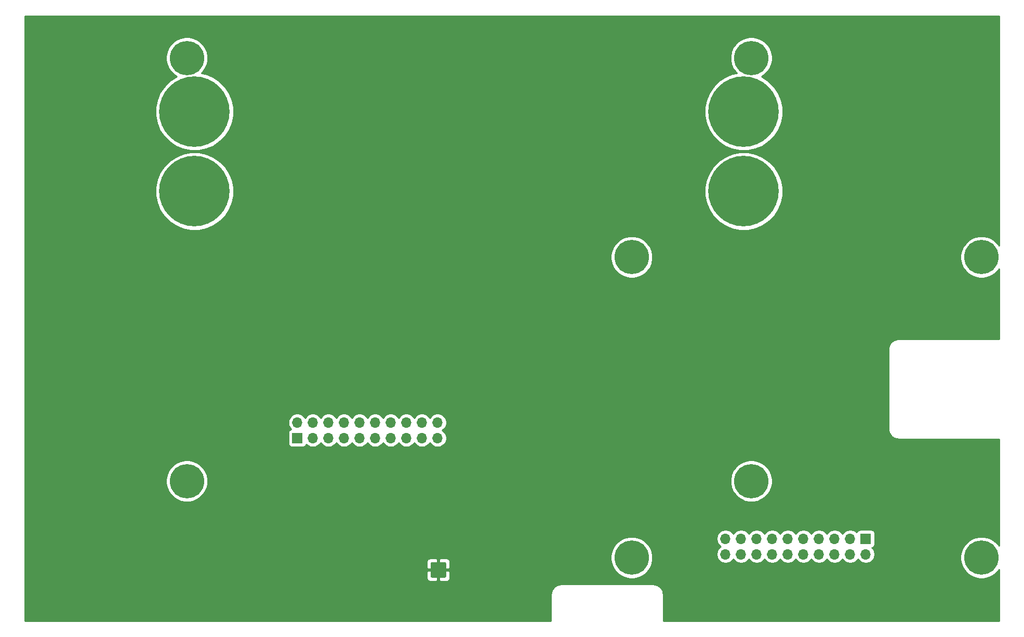
<source format=gbr>
%TF.GenerationSoftware,KiCad,Pcbnew,(5.1.9)-1*%
%TF.CreationDate,2021-09-07T11:59:18+02:00*%
%TF.ProjectId,DDS_mount,4444535f-6d6f-4756-9e74-2e6b69636164,rev?*%
%TF.SameCoordinates,Original*%
%TF.FileFunction,Copper,L2,Bot*%
%TF.FilePolarity,Positive*%
%FSLAX46Y46*%
G04 Gerber Fmt 4.6, Leading zero omitted, Abs format (unit mm)*
G04 Created by KiCad (PCBNEW (5.1.9)-1) date 2021-09-07 11:59:18*
%MOMM*%
%LPD*%
G01*
G04 APERTURE LIST*
%TA.AperFunction,ComponentPad*%
%ADD10C,5.600000*%
%TD*%
%TA.AperFunction,ComponentPad*%
%ADD11O,1.700000X1.700000*%
%TD*%
%TA.AperFunction,ComponentPad*%
%ADD12R,1.700000X1.700000*%
%TD*%
%TA.AperFunction,ComponentPad*%
%ADD13C,11.500000*%
%TD*%
%TA.AperFunction,Conductor*%
%ADD14C,0.254000*%
%TD*%
%TA.AperFunction,Conductor*%
%ADD15C,0.100000*%
%TD*%
G04 APERTURE END LIST*
D10*
%TO.P,J1,~*%
%TO.N,N/C*%
X206500000Y-90000000D03*
X149500000Y-90000000D03*
X206500000Y-139000000D03*
X149500000Y-139000000D03*
D11*
%TO.P,J1,20*%
%TO.N,Net-(J1-Pad20)*%
X164790000Y-138440000D03*
%TO.P,J1,19*%
%TO.N,Net-(J1-Pad19)*%
X164790000Y-135900000D03*
%TO.P,J1,18*%
%TO.N,Net-(J1-Pad18)*%
X167330000Y-138440000D03*
%TO.P,J1,17*%
%TO.N,Net-(J1-Pad17)*%
X167330000Y-135900000D03*
%TO.P,J1,16*%
%TO.N,Net-(J1-Pad16)*%
X169870000Y-138440000D03*
%TO.P,J1,15*%
%TO.N,Net-(J1-Pad15)*%
X169870000Y-135900000D03*
%TO.P,J1,14*%
%TO.N,Net-(J1-Pad14)*%
X172410000Y-138440000D03*
%TO.P,J1,13*%
%TO.N,Net-(J1-Pad13)*%
X172410000Y-135900000D03*
%TO.P,J1,12*%
%TO.N,Net-(J1-Pad12)*%
X174950000Y-138440000D03*
%TO.P,J1,11*%
%TO.N,Net-(J1-Pad11)*%
X174950000Y-135900000D03*
%TO.P,J1,10*%
%TO.N,Net-(J1-Pad10)*%
X177490000Y-138440000D03*
%TO.P,J1,9*%
%TO.N,Net-(J1-Pad9)*%
X177490000Y-135900000D03*
%TO.P,J1,8*%
%TO.N,Net-(J1-Pad8)*%
X180030000Y-138440000D03*
%TO.P,J1,7*%
%TO.N,Net-(J1-Pad7)*%
X180030000Y-135900000D03*
%TO.P,J1,6*%
%TO.N,Net-(J1-Pad6)*%
X182570000Y-138440000D03*
%TO.P,J1,5*%
%TO.N,Net-(J1-Pad5)*%
X182570000Y-135900000D03*
%TO.P,J1,4*%
%TO.N,Net-(J1-Pad4)*%
X185110000Y-138440000D03*
%TO.P,J1,3*%
%TO.N,Net-(J1-Pad3)*%
X185110000Y-135900000D03*
%TO.P,J1,2*%
%TO.N,Net-(J1-Pad2)*%
X187650000Y-138440000D03*
D12*
%TO.P,J1,1*%
%TO.N,Net-(J1-Pad1)*%
X187650000Y-135900000D03*
%TD*%
D13*
%TO.P,J2,~*%
%TO.N,N/C*%
X167750000Y-79250000D03*
X167750000Y-66250000D03*
X78250000Y-79250000D03*
X78250000Y-66250000D03*
D10*
X169000000Y-126500000D03*
X169000000Y-57500000D03*
X77000000Y-57500000D03*
X77000000Y-126500000D03*
D11*
%TO.P,J2,20*%
%TO.N,Net-(J1-Pad20)*%
X117860000Y-116960000D03*
%TO.P,J2,19*%
%TO.N,Net-(J1-Pad19)*%
X117860000Y-119500000D03*
%TO.P,J2,18*%
%TO.N,Net-(J1-Pad18)*%
X115320000Y-116960000D03*
%TO.P,J2,17*%
%TO.N,Net-(J1-Pad17)*%
X115320000Y-119500000D03*
%TO.P,J2,16*%
%TO.N,Net-(J1-Pad16)*%
X112780000Y-116960000D03*
%TO.P,J2,15*%
%TO.N,Net-(J1-Pad15)*%
X112780000Y-119500000D03*
%TO.P,J2,14*%
%TO.N,Net-(J1-Pad14)*%
X110240000Y-116960000D03*
%TO.P,J2,13*%
%TO.N,Net-(J1-Pad13)*%
X110240000Y-119500000D03*
%TO.P,J2,12*%
%TO.N,Net-(J1-Pad12)*%
X107700000Y-116960000D03*
%TO.P,J2,11*%
%TO.N,Net-(J1-Pad11)*%
X107700000Y-119500000D03*
%TO.P,J2,10*%
%TO.N,Net-(J1-Pad10)*%
X105160000Y-116960000D03*
%TO.P,J2,9*%
%TO.N,Net-(J1-Pad9)*%
X105160000Y-119500000D03*
%TO.P,J2,8*%
%TO.N,Net-(J1-Pad8)*%
X102620000Y-116960000D03*
%TO.P,J2,7*%
%TO.N,Net-(J1-Pad7)*%
X102620000Y-119500000D03*
%TO.P,J2,6*%
%TO.N,Net-(J1-Pad6)*%
X100080000Y-116960000D03*
%TO.P,J2,5*%
%TO.N,Net-(J1-Pad5)*%
X100080000Y-119500000D03*
%TO.P,J2,4*%
%TO.N,Net-(J1-Pad4)*%
X97540000Y-116960000D03*
%TO.P,J2,3*%
%TO.N,Net-(J1-Pad3)*%
X97540000Y-119500000D03*
%TO.P,J2,2*%
%TO.N,Net-(J1-Pad2)*%
X95000000Y-116960000D03*
D12*
%TO.P,J2,1*%
%TO.N,Net-(J1-Pad1)*%
X95000000Y-119500000D03*
%TD*%
%TO.P,J3,1*%
%TO.N,GND*%
%TA.AperFunction,ComponentPad*%
G36*
G01*
X116725000Y-142025001D02*
X116725000Y-139974999D01*
G75*
G02*
X116974999Y-139725000I249999J0D01*
G01*
X119025001Y-139725000D01*
G75*
G02*
X119275000Y-139974999I0J-249999D01*
G01*
X119275000Y-142025001D01*
G75*
G02*
X119025001Y-142275000I-249999J0D01*
G01*
X116974999Y-142275000D01*
G75*
G02*
X116725000Y-142025001I0J249999D01*
G01*
G37*
%TD.AperFunction*%
%TD*%
D14*
%TO.N,GND*%
X209340001Y-88067526D02*
X209168138Y-87810315D01*
X208689685Y-87331862D01*
X208127082Y-86955943D01*
X207501952Y-86697006D01*
X206838318Y-86565000D01*
X206161682Y-86565000D01*
X205498048Y-86697006D01*
X204872918Y-86955943D01*
X204310315Y-87331862D01*
X203831862Y-87810315D01*
X203455943Y-88372918D01*
X203197006Y-88998048D01*
X203065000Y-89661682D01*
X203065000Y-90338318D01*
X203197006Y-91001952D01*
X203455943Y-91627082D01*
X203831862Y-92189685D01*
X204310315Y-92668138D01*
X204872918Y-93044057D01*
X205498048Y-93302994D01*
X206161682Y-93435000D01*
X206838318Y-93435000D01*
X207501952Y-93302994D01*
X208127082Y-93044057D01*
X208689685Y-92668138D01*
X209168138Y-92189685D01*
X209340001Y-91932474D01*
X209340001Y-103340000D01*
X192967581Y-103340000D01*
X192939326Y-103342783D01*
X192933199Y-103342740D01*
X192924028Y-103343640D01*
X192729931Y-103364041D01*
X192671348Y-103376066D01*
X192612577Y-103387277D01*
X192603755Y-103389941D01*
X192417317Y-103447653D01*
X192362162Y-103470838D01*
X192306709Y-103493242D01*
X192298573Y-103497568D01*
X192126896Y-103590393D01*
X192077278Y-103623861D01*
X192027247Y-103656600D01*
X192020106Y-103662424D01*
X191869728Y-103786828D01*
X191827589Y-103829263D01*
X191784839Y-103871126D01*
X191778966Y-103878227D01*
X191655616Y-104029469D01*
X191622534Y-104079262D01*
X191588716Y-104128651D01*
X191584333Y-104136757D01*
X191492708Y-104309079D01*
X191469909Y-104364394D01*
X191446348Y-104419366D01*
X191443623Y-104428169D01*
X191387214Y-104615005D01*
X191375594Y-104673693D01*
X191363158Y-104732196D01*
X191362195Y-104741361D01*
X191343150Y-104935595D01*
X191340000Y-104967582D01*
X191340001Y-118032419D01*
X191342783Y-118060664D01*
X191342740Y-118066801D01*
X191343640Y-118075972D01*
X191364041Y-118270069D01*
X191376068Y-118328658D01*
X191387277Y-118387423D01*
X191389941Y-118396245D01*
X191447653Y-118582683D01*
X191470838Y-118637838D01*
X191493242Y-118693291D01*
X191497568Y-118701427D01*
X191590393Y-118873104D01*
X191623846Y-118922699D01*
X191656600Y-118972753D01*
X191662424Y-118979894D01*
X191786828Y-119130272D01*
X191829263Y-119172411D01*
X191871126Y-119215161D01*
X191878227Y-119221034D01*
X192029469Y-119344384D01*
X192079277Y-119377477D01*
X192128651Y-119411284D01*
X192136757Y-119415667D01*
X192309080Y-119507292D01*
X192364392Y-119530090D01*
X192419366Y-119553652D01*
X192428169Y-119556377D01*
X192615006Y-119612786D01*
X192673686Y-119624405D01*
X192732196Y-119636842D01*
X192741361Y-119637805D01*
X192935594Y-119656850D01*
X192935598Y-119656850D01*
X192967581Y-119660000D01*
X209340000Y-119660000D01*
X209340001Y-137067526D01*
X209168138Y-136810315D01*
X208689685Y-136331862D01*
X208127082Y-135955943D01*
X207501952Y-135697006D01*
X206838318Y-135565000D01*
X206161682Y-135565000D01*
X205498048Y-135697006D01*
X204872918Y-135955943D01*
X204310315Y-136331862D01*
X203831862Y-136810315D01*
X203455943Y-137372918D01*
X203197006Y-137998048D01*
X203065000Y-138661682D01*
X203065000Y-139338318D01*
X203197006Y-140001952D01*
X203455943Y-140627082D01*
X203831862Y-141189685D01*
X204310315Y-141668138D01*
X204872918Y-142044057D01*
X205498048Y-142302994D01*
X206161682Y-142435000D01*
X206838318Y-142435000D01*
X207501952Y-142302994D01*
X208127082Y-142044057D01*
X208689685Y-141668138D01*
X209168138Y-141189685D01*
X209340001Y-140932474D01*
X209340001Y-149340000D01*
X154660000Y-149340000D01*
X154660000Y-144967581D01*
X154657217Y-144939326D01*
X154657260Y-144933199D01*
X154656360Y-144924028D01*
X154635959Y-144729931D01*
X154623934Y-144671348D01*
X154612723Y-144612577D01*
X154610059Y-144603755D01*
X154552347Y-144417317D01*
X154529162Y-144362162D01*
X154506758Y-144306709D01*
X154502432Y-144298573D01*
X154409607Y-144126896D01*
X154376139Y-144077278D01*
X154343400Y-144027247D01*
X154337576Y-144020106D01*
X154213172Y-143869728D01*
X154170737Y-143827589D01*
X154128874Y-143784839D01*
X154121773Y-143778966D01*
X153970531Y-143655616D01*
X153920738Y-143622534D01*
X153871349Y-143588716D01*
X153863243Y-143584333D01*
X153690921Y-143492708D01*
X153635606Y-143469909D01*
X153580634Y-143446348D01*
X153571831Y-143443623D01*
X153384995Y-143387214D01*
X153326307Y-143375594D01*
X153267804Y-143363158D01*
X153258639Y-143362195D01*
X153064405Y-143343150D01*
X153064402Y-143343150D01*
X153032419Y-143340000D01*
X137967581Y-143340000D01*
X137939326Y-143342783D01*
X137933199Y-143342740D01*
X137924028Y-143343640D01*
X137729931Y-143364041D01*
X137671348Y-143376066D01*
X137612577Y-143387277D01*
X137603755Y-143389941D01*
X137417317Y-143447653D01*
X137362162Y-143470838D01*
X137306709Y-143493242D01*
X137298573Y-143497568D01*
X137126896Y-143590393D01*
X137077278Y-143623861D01*
X137027247Y-143656600D01*
X137020106Y-143662424D01*
X136869728Y-143786828D01*
X136827589Y-143829263D01*
X136784839Y-143871126D01*
X136778966Y-143878227D01*
X136655616Y-144029469D01*
X136622534Y-144079262D01*
X136588716Y-144128651D01*
X136584333Y-144136757D01*
X136492708Y-144309079D01*
X136469909Y-144364394D01*
X136446348Y-144419366D01*
X136443623Y-144428169D01*
X136387214Y-144615005D01*
X136375594Y-144673693D01*
X136363158Y-144732196D01*
X136362195Y-144741361D01*
X136343150Y-144935595D01*
X136340000Y-144967582D01*
X136340001Y-149340000D01*
X50660000Y-149340000D01*
X50660000Y-142275000D01*
X116086928Y-142275000D01*
X116099188Y-142399482D01*
X116135498Y-142519180D01*
X116194463Y-142629494D01*
X116273815Y-142726185D01*
X116370506Y-142805537D01*
X116480820Y-142864502D01*
X116600518Y-142900812D01*
X116725000Y-142913072D01*
X117714250Y-142910000D01*
X117873000Y-142751250D01*
X117873000Y-141127000D01*
X118127000Y-141127000D01*
X118127000Y-142751250D01*
X118285750Y-142910000D01*
X119275000Y-142913072D01*
X119399482Y-142900812D01*
X119519180Y-142864502D01*
X119629494Y-142805537D01*
X119726185Y-142726185D01*
X119805537Y-142629494D01*
X119864502Y-142519180D01*
X119900812Y-142399482D01*
X119913072Y-142275000D01*
X119910000Y-141285750D01*
X119751250Y-141127000D01*
X118127000Y-141127000D01*
X117873000Y-141127000D01*
X116248750Y-141127000D01*
X116090000Y-141285750D01*
X116086928Y-142275000D01*
X50660000Y-142275000D01*
X50660000Y-139725000D01*
X116086928Y-139725000D01*
X116090000Y-140714250D01*
X116248750Y-140873000D01*
X117873000Y-140873000D01*
X117873000Y-139248750D01*
X118127000Y-139248750D01*
X118127000Y-140873000D01*
X119751250Y-140873000D01*
X119910000Y-140714250D01*
X119913072Y-139725000D01*
X119900812Y-139600518D01*
X119864502Y-139480820D01*
X119805537Y-139370506D01*
X119726185Y-139273815D01*
X119629494Y-139194463D01*
X119519180Y-139135498D01*
X119399482Y-139099188D01*
X119275000Y-139086928D01*
X118285750Y-139090000D01*
X118127000Y-139248750D01*
X117873000Y-139248750D01*
X117714250Y-139090000D01*
X116725000Y-139086928D01*
X116600518Y-139099188D01*
X116480820Y-139135498D01*
X116370506Y-139194463D01*
X116273815Y-139273815D01*
X116194463Y-139370506D01*
X116135498Y-139480820D01*
X116099188Y-139600518D01*
X116086928Y-139725000D01*
X50660000Y-139725000D01*
X50660000Y-138661682D01*
X146065000Y-138661682D01*
X146065000Y-139338318D01*
X146197006Y-140001952D01*
X146455943Y-140627082D01*
X146831862Y-141189685D01*
X147310315Y-141668138D01*
X147872918Y-142044057D01*
X148498048Y-142302994D01*
X149161682Y-142435000D01*
X149838318Y-142435000D01*
X150501952Y-142302994D01*
X151127082Y-142044057D01*
X151689685Y-141668138D01*
X152168138Y-141189685D01*
X152544057Y-140627082D01*
X152802994Y-140001952D01*
X152935000Y-139338318D01*
X152935000Y-138661682D01*
X152802994Y-137998048D01*
X152544057Y-137372918D01*
X152168138Y-136810315D01*
X151689685Y-136331862D01*
X151127082Y-135955943D01*
X150638921Y-135753740D01*
X163305000Y-135753740D01*
X163305000Y-136046260D01*
X163362068Y-136333158D01*
X163474010Y-136603411D01*
X163636525Y-136846632D01*
X163843368Y-137053475D01*
X164017760Y-137170000D01*
X163843368Y-137286525D01*
X163636525Y-137493368D01*
X163474010Y-137736589D01*
X163362068Y-138006842D01*
X163305000Y-138293740D01*
X163305000Y-138586260D01*
X163362068Y-138873158D01*
X163474010Y-139143411D01*
X163636525Y-139386632D01*
X163843368Y-139593475D01*
X164086589Y-139755990D01*
X164356842Y-139867932D01*
X164643740Y-139925000D01*
X164936260Y-139925000D01*
X165223158Y-139867932D01*
X165493411Y-139755990D01*
X165736632Y-139593475D01*
X165943475Y-139386632D01*
X166060000Y-139212240D01*
X166176525Y-139386632D01*
X166383368Y-139593475D01*
X166626589Y-139755990D01*
X166896842Y-139867932D01*
X167183740Y-139925000D01*
X167476260Y-139925000D01*
X167763158Y-139867932D01*
X168033411Y-139755990D01*
X168276632Y-139593475D01*
X168483475Y-139386632D01*
X168600000Y-139212240D01*
X168716525Y-139386632D01*
X168923368Y-139593475D01*
X169166589Y-139755990D01*
X169436842Y-139867932D01*
X169723740Y-139925000D01*
X170016260Y-139925000D01*
X170303158Y-139867932D01*
X170573411Y-139755990D01*
X170816632Y-139593475D01*
X171023475Y-139386632D01*
X171140000Y-139212240D01*
X171256525Y-139386632D01*
X171463368Y-139593475D01*
X171706589Y-139755990D01*
X171976842Y-139867932D01*
X172263740Y-139925000D01*
X172556260Y-139925000D01*
X172843158Y-139867932D01*
X173113411Y-139755990D01*
X173356632Y-139593475D01*
X173563475Y-139386632D01*
X173680000Y-139212240D01*
X173796525Y-139386632D01*
X174003368Y-139593475D01*
X174246589Y-139755990D01*
X174516842Y-139867932D01*
X174803740Y-139925000D01*
X175096260Y-139925000D01*
X175383158Y-139867932D01*
X175653411Y-139755990D01*
X175896632Y-139593475D01*
X176103475Y-139386632D01*
X176220000Y-139212240D01*
X176336525Y-139386632D01*
X176543368Y-139593475D01*
X176786589Y-139755990D01*
X177056842Y-139867932D01*
X177343740Y-139925000D01*
X177636260Y-139925000D01*
X177923158Y-139867932D01*
X178193411Y-139755990D01*
X178436632Y-139593475D01*
X178643475Y-139386632D01*
X178760000Y-139212240D01*
X178876525Y-139386632D01*
X179083368Y-139593475D01*
X179326589Y-139755990D01*
X179596842Y-139867932D01*
X179883740Y-139925000D01*
X180176260Y-139925000D01*
X180463158Y-139867932D01*
X180733411Y-139755990D01*
X180976632Y-139593475D01*
X181183475Y-139386632D01*
X181300000Y-139212240D01*
X181416525Y-139386632D01*
X181623368Y-139593475D01*
X181866589Y-139755990D01*
X182136842Y-139867932D01*
X182423740Y-139925000D01*
X182716260Y-139925000D01*
X183003158Y-139867932D01*
X183273411Y-139755990D01*
X183516632Y-139593475D01*
X183723475Y-139386632D01*
X183840000Y-139212240D01*
X183956525Y-139386632D01*
X184163368Y-139593475D01*
X184406589Y-139755990D01*
X184676842Y-139867932D01*
X184963740Y-139925000D01*
X185256260Y-139925000D01*
X185543158Y-139867932D01*
X185813411Y-139755990D01*
X186056632Y-139593475D01*
X186263475Y-139386632D01*
X186380000Y-139212240D01*
X186496525Y-139386632D01*
X186703368Y-139593475D01*
X186946589Y-139755990D01*
X187216842Y-139867932D01*
X187503740Y-139925000D01*
X187796260Y-139925000D01*
X188083158Y-139867932D01*
X188353411Y-139755990D01*
X188596632Y-139593475D01*
X188803475Y-139386632D01*
X188965990Y-139143411D01*
X189077932Y-138873158D01*
X189135000Y-138586260D01*
X189135000Y-138293740D01*
X189077932Y-138006842D01*
X188965990Y-137736589D01*
X188803475Y-137493368D01*
X188671620Y-137361513D01*
X188744180Y-137339502D01*
X188854494Y-137280537D01*
X188951185Y-137201185D01*
X189030537Y-137104494D01*
X189089502Y-136994180D01*
X189125812Y-136874482D01*
X189138072Y-136750000D01*
X189138072Y-135050000D01*
X189125812Y-134925518D01*
X189089502Y-134805820D01*
X189030537Y-134695506D01*
X188951185Y-134598815D01*
X188854494Y-134519463D01*
X188744180Y-134460498D01*
X188624482Y-134424188D01*
X188500000Y-134411928D01*
X186800000Y-134411928D01*
X186675518Y-134424188D01*
X186555820Y-134460498D01*
X186445506Y-134519463D01*
X186348815Y-134598815D01*
X186269463Y-134695506D01*
X186210498Y-134805820D01*
X186188487Y-134878380D01*
X186056632Y-134746525D01*
X185813411Y-134584010D01*
X185543158Y-134472068D01*
X185256260Y-134415000D01*
X184963740Y-134415000D01*
X184676842Y-134472068D01*
X184406589Y-134584010D01*
X184163368Y-134746525D01*
X183956525Y-134953368D01*
X183840000Y-135127760D01*
X183723475Y-134953368D01*
X183516632Y-134746525D01*
X183273411Y-134584010D01*
X183003158Y-134472068D01*
X182716260Y-134415000D01*
X182423740Y-134415000D01*
X182136842Y-134472068D01*
X181866589Y-134584010D01*
X181623368Y-134746525D01*
X181416525Y-134953368D01*
X181300000Y-135127760D01*
X181183475Y-134953368D01*
X180976632Y-134746525D01*
X180733411Y-134584010D01*
X180463158Y-134472068D01*
X180176260Y-134415000D01*
X179883740Y-134415000D01*
X179596842Y-134472068D01*
X179326589Y-134584010D01*
X179083368Y-134746525D01*
X178876525Y-134953368D01*
X178760000Y-135127760D01*
X178643475Y-134953368D01*
X178436632Y-134746525D01*
X178193411Y-134584010D01*
X177923158Y-134472068D01*
X177636260Y-134415000D01*
X177343740Y-134415000D01*
X177056842Y-134472068D01*
X176786589Y-134584010D01*
X176543368Y-134746525D01*
X176336525Y-134953368D01*
X176220000Y-135127760D01*
X176103475Y-134953368D01*
X175896632Y-134746525D01*
X175653411Y-134584010D01*
X175383158Y-134472068D01*
X175096260Y-134415000D01*
X174803740Y-134415000D01*
X174516842Y-134472068D01*
X174246589Y-134584010D01*
X174003368Y-134746525D01*
X173796525Y-134953368D01*
X173680000Y-135127760D01*
X173563475Y-134953368D01*
X173356632Y-134746525D01*
X173113411Y-134584010D01*
X172843158Y-134472068D01*
X172556260Y-134415000D01*
X172263740Y-134415000D01*
X171976842Y-134472068D01*
X171706589Y-134584010D01*
X171463368Y-134746525D01*
X171256525Y-134953368D01*
X171140000Y-135127760D01*
X171023475Y-134953368D01*
X170816632Y-134746525D01*
X170573411Y-134584010D01*
X170303158Y-134472068D01*
X170016260Y-134415000D01*
X169723740Y-134415000D01*
X169436842Y-134472068D01*
X169166589Y-134584010D01*
X168923368Y-134746525D01*
X168716525Y-134953368D01*
X168600000Y-135127760D01*
X168483475Y-134953368D01*
X168276632Y-134746525D01*
X168033411Y-134584010D01*
X167763158Y-134472068D01*
X167476260Y-134415000D01*
X167183740Y-134415000D01*
X166896842Y-134472068D01*
X166626589Y-134584010D01*
X166383368Y-134746525D01*
X166176525Y-134953368D01*
X166060000Y-135127760D01*
X165943475Y-134953368D01*
X165736632Y-134746525D01*
X165493411Y-134584010D01*
X165223158Y-134472068D01*
X164936260Y-134415000D01*
X164643740Y-134415000D01*
X164356842Y-134472068D01*
X164086589Y-134584010D01*
X163843368Y-134746525D01*
X163636525Y-134953368D01*
X163474010Y-135196589D01*
X163362068Y-135466842D01*
X163305000Y-135753740D01*
X150638921Y-135753740D01*
X150501952Y-135697006D01*
X149838318Y-135565000D01*
X149161682Y-135565000D01*
X148498048Y-135697006D01*
X147872918Y-135955943D01*
X147310315Y-136331862D01*
X146831862Y-136810315D01*
X146455943Y-137372918D01*
X146197006Y-137998048D01*
X146065000Y-138661682D01*
X50660000Y-138661682D01*
X50660000Y-126161682D01*
X73565000Y-126161682D01*
X73565000Y-126838318D01*
X73697006Y-127501952D01*
X73955943Y-128127082D01*
X74331862Y-128689685D01*
X74810315Y-129168138D01*
X75372918Y-129544057D01*
X75998048Y-129802994D01*
X76661682Y-129935000D01*
X77338318Y-129935000D01*
X78001952Y-129802994D01*
X78627082Y-129544057D01*
X79189685Y-129168138D01*
X79668138Y-128689685D01*
X80044057Y-128127082D01*
X80302994Y-127501952D01*
X80435000Y-126838318D01*
X80435000Y-126161682D01*
X165565000Y-126161682D01*
X165565000Y-126838318D01*
X165697006Y-127501952D01*
X165955943Y-128127082D01*
X166331862Y-128689685D01*
X166810315Y-129168138D01*
X167372918Y-129544057D01*
X167998048Y-129802994D01*
X168661682Y-129935000D01*
X169338318Y-129935000D01*
X170001952Y-129802994D01*
X170627082Y-129544057D01*
X171189685Y-129168138D01*
X171668138Y-128689685D01*
X172044057Y-128127082D01*
X172302994Y-127501952D01*
X172435000Y-126838318D01*
X172435000Y-126161682D01*
X172302994Y-125498048D01*
X172044057Y-124872918D01*
X171668138Y-124310315D01*
X171189685Y-123831862D01*
X170627082Y-123455943D01*
X170001952Y-123197006D01*
X169338318Y-123065000D01*
X168661682Y-123065000D01*
X167998048Y-123197006D01*
X167372918Y-123455943D01*
X166810315Y-123831862D01*
X166331862Y-124310315D01*
X165955943Y-124872918D01*
X165697006Y-125498048D01*
X165565000Y-126161682D01*
X80435000Y-126161682D01*
X80302994Y-125498048D01*
X80044057Y-124872918D01*
X79668138Y-124310315D01*
X79189685Y-123831862D01*
X78627082Y-123455943D01*
X78001952Y-123197006D01*
X77338318Y-123065000D01*
X76661682Y-123065000D01*
X75998048Y-123197006D01*
X75372918Y-123455943D01*
X74810315Y-123831862D01*
X74331862Y-124310315D01*
X73955943Y-124872918D01*
X73697006Y-125498048D01*
X73565000Y-126161682D01*
X50660000Y-126161682D01*
X50660000Y-118650000D01*
X93511928Y-118650000D01*
X93511928Y-120350000D01*
X93524188Y-120474482D01*
X93560498Y-120594180D01*
X93619463Y-120704494D01*
X93698815Y-120801185D01*
X93795506Y-120880537D01*
X93905820Y-120939502D01*
X94025518Y-120975812D01*
X94150000Y-120988072D01*
X95850000Y-120988072D01*
X95974482Y-120975812D01*
X96094180Y-120939502D01*
X96204494Y-120880537D01*
X96301185Y-120801185D01*
X96380537Y-120704494D01*
X96439502Y-120594180D01*
X96461513Y-120521620D01*
X96593368Y-120653475D01*
X96836589Y-120815990D01*
X97106842Y-120927932D01*
X97393740Y-120985000D01*
X97686260Y-120985000D01*
X97973158Y-120927932D01*
X98243411Y-120815990D01*
X98486632Y-120653475D01*
X98693475Y-120446632D01*
X98810000Y-120272240D01*
X98926525Y-120446632D01*
X99133368Y-120653475D01*
X99376589Y-120815990D01*
X99646842Y-120927932D01*
X99933740Y-120985000D01*
X100226260Y-120985000D01*
X100513158Y-120927932D01*
X100783411Y-120815990D01*
X101026632Y-120653475D01*
X101233475Y-120446632D01*
X101350000Y-120272240D01*
X101466525Y-120446632D01*
X101673368Y-120653475D01*
X101916589Y-120815990D01*
X102186842Y-120927932D01*
X102473740Y-120985000D01*
X102766260Y-120985000D01*
X103053158Y-120927932D01*
X103323411Y-120815990D01*
X103566632Y-120653475D01*
X103773475Y-120446632D01*
X103890000Y-120272240D01*
X104006525Y-120446632D01*
X104213368Y-120653475D01*
X104456589Y-120815990D01*
X104726842Y-120927932D01*
X105013740Y-120985000D01*
X105306260Y-120985000D01*
X105593158Y-120927932D01*
X105863411Y-120815990D01*
X106106632Y-120653475D01*
X106313475Y-120446632D01*
X106430000Y-120272240D01*
X106546525Y-120446632D01*
X106753368Y-120653475D01*
X106996589Y-120815990D01*
X107266842Y-120927932D01*
X107553740Y-120985000D01*
X107846260Y-120985000D01*
X108133158Y-120927932D01*
X108403411Y-120815990D01*
X108646632Y-120653475D01*
X108853475Y-120446632D01*
X108970000Y-120272240D01*
X109086525Y-120446632D01*
X109293368Y-120653475D01*
X109536589Y-120815990D01*
X109806842Y-120927932D01*
X110093740Y-120985000D01*
X110386260Y-120985000D01*
X110673158Y-120927932D01*
X110943411Y-120815990D01*
X111186632Y-120653475D01*
X111393475Y-120446632D01*
X111510000Y-120272240D01*
X111626525Y-120446632D01*
X111833368Y-120653475D01*
X112076589Y-120815990D01*
X112346842Y-120927932D01*
X112633740Y-120985000D01*
X112926260Y-120985000D01*
X113213158Y-120927932D01*
X113483411Y-120815990D01*
X113726632Y-120653475D01*
X113933475Y-120446632D01*
X114050000Y-120272240D01*
X114166525Y-120446632D01*
X114373368Y-120653475D01*
X114616589Y-120815990D01*
X114886842Y-120927932D01*
X115173740Y-120985000D01*
X115466260Y-120985000D01*
X115753158Y-120927932D01*
X116023411Y-120815990D01*
X116266632Y-120653475D01*
X116473475Y-120446632D01*
X116590000Y-120272240D01*
X116706525Y-120446632D01*
X116913368Y-120653475D01*
X117156589Y-120815990D01*
X117426842Y-120927932D01*
X117713740Y-120985000D01*
X118006260Y-120985000D01*
X118293158Y-120927932D01*
X118563411Y-120815990D01*
X118806632Y-120653475D01*
X119013475Y-120446632D01*
X119175990Y-120203411D01*
X119287932Y-119933158D01*
X119345000Y-119646260D01*
X119345000Y-119353740D01*
X119287932Y-119066842D01*
X119175990Y-118796589D01*
X119013475Y-118553368D01*
X118806632Y-118346525D01*
X118632240Y-118230000D01*
X118806632Y-118113475D01*
X119013475Y-117906632D01*
X119175990Y-117663411D01*
X119287932Y-117393158D01*
X119345000Y-117106260D01*
X119345000Y-116813740D01*
X119287932Y-116526842D01*
X119175990Y-116256589D01*
X119013475Y-116013368D01*
X118806632Y-115806525D01*
X118563411Y-115644010D01*
X118293158Y-115532068D01*
X118006260Y-115475000D01*
X117713740Y-115475000D01*
X117426842Y-115532068D01*
X117156589Y-115644010D01*
X116913368Y-115806525D01*
X116706525Y-116013368D01*
X116590000Y-116187760D01*
X116473475Y-116013368D01*
X116266632Y-115806525D01*
X116023411Y-115644010D01*
X115753158Y-115532068D01*
X115466260Y-115475000D01*
X115173740Y-115475000D01*
X114886842Y-115532068D01*
X114616589Y-115644010D01*
X114373368Y-115806525D01*
X114166525Y-116013368D01*
X114050000Y-116187760D01*
X113933475Y-116013368D01*
X113726632Y-115806525D01*
X113483411Y-115644010D01*
X113213158Y-115532068D01*
X112926260Y-115475000D01*
X112633740Y-115475000D01*
X112346842Y-115532068D01*
X112076589Y-115644010D01*
X111833368Y-115806525D01*
X111626525Y-116013368D01*
X111510000Y-116187760D01*
X111393475Y-116013368D01*
X111186632Y-115806525D01*
X110943411Y-115644010D01*
X110673158Y-115532068D01*
X110386260Y-115475000D01*
X110093740Y-115475000D01*
X109806842Y-115532068D01*
X109536589Y-115644010D01*
X109293368Y-115806525D01*
X109086525Y-116013368D01*
X108970000Y-116187760D01*
X108853475Y-116013368D01*
X108646632Y-115806525D01*
X108403411Y-115644010D01*
X108133158Y-115532068D01*
X107846260Y-115475000D01*
X107553740Y-115475000D01*
X107266842Y-115532068D01*
X106996589Y-115644010D01*
X106753368Y-115806525D01*
X106546525Y-116013368D01*
X106430000Y-116187760D01*
X106313475Y-116013368D01*
X106106632Y-115806525D01*
X105863411Y-115644010D01*
X105593158Y-115532068D01*
X105306260Y-115475000D01*
X105013740Y-115475000D01*
X104726842Y-115532068D01*
X104456589Y-115644010D01*
X104213368Y-115806525D01*
X104006525Y-116013368D01*
X103890000Y-116187760D01*
X103773475Y-116013368D01*
X103566632Y-115806525D01*
X103323411Y-115644010D01*
X103053158Y-115532068D01*
X102766260Y-115475000D01*
X102473740Y-115475000D01*
X102186842Y-115532068D01*
X101916589Y-115644010D01*
X101673368Y-115806525D01*
X101466525Y-116013368D01*
X101350000Y-116187760D01*
X101233475Y-116013368D01*
X101026632Y-115806525D01*
X100783411Y-115644010D01*
X100513158Y-115532068D01*
X100226260Y-115475000D01*
X99933740Y-115475000D01*
X99646842Y-115532068D01*
X99376589Y-115644010D01*
X99133368Y-115806525D01*
X98926525Y-116013368D01*
X98810000Y-116187760D01*
X98693475Y-116013368D01*
X98486632Y-115806525D01*
X98243411Y-115644010D01*
X97973158Y-115532068D01*
X97686260Y-115475000D01*
X97393740Y-115475000D01*
X97106842Y-115532068D01*
X96836589Y-115644010D01*
X96593368Y-115806525D01*
X96386525Y-116013368D01*
X96270000Y-116187760D01*
X96153475Y-116013368D01*
X95946632Y-115806525D01*
X95703411Y-115644010D01*
X95433158Y-115532068D01*
X95146260Y-115475000D01*
X94853740Y-115475000D01*
X94566842Y-115532068D01*
X94296589Y-115644010D01*
X94053368Y-115806525D01*
X93846525Y-116013368D01*
X93684010Y-116256589D01*
X93572068Y-116526842D01*
X93515000Y-116813740D01*
X93515000Y-117106260D01*
X93572068Y-117393158D01*
X93684010Y-117663411D01*
X93846525Y-117906632D01*
X93978380Y-118038487D01*
X93905820Y-118060498D01*
X93795506Y-118119463D01*
X93698815Y-118198815D01*
X93619463Y-118295506D01*
X93560498Y-118405820D01*
X93524188Y-118525518D01*
X93511928Y-118650000D01*
X50660000Y-118650000D01*
X50660000Y-89661682D01*
X146065000Y-89661682D01*
X146065000Y-90338318D01*
X146197006Y-91001952D01*
X146455943Y-91627082D01*
X146831862Y-92189685D01*
X147310315Y-92668138D01*
X147872918Y-93044057D01*
X148498048Y-93302994D01*
X149161682Y-93435000D01*
X149838318Y-93435000D01*
X150501952Y-93302994D01*
X151127082Y-93044057D01*
X151689685Y-92668138D01*
X152168138Y-92189685D01*
X152544057Y-91627082D01*
X152802994Y-91001952D01*
X152935000Y-90338318D01*
X152935000Y-89661682D01*
X152802994Y-88998048D01*
X152544057Y-88372918D01*
X152168138Y-87810315D01*
X151689685Y-87331862D01*
X151127082Y-86955943D01*
X150501952Y-86697006D01*
X149838318Y-86565000D01*
X149161682Y-86565000D01*
X148498048Y-86697006D01*
X147872918Y-86955943D01*
X147310315Y-87331862D01*
X146831862Y-87810315D01*
X146455943Y-88372918D01*
X146197006Y-88998048D01*
X146065000Y-89661682D01*
X50660000Y-89661682D01*
X50660000Y-78621132D01*
X71865000Y-78621132D01*
X71865000Y-79878868D01*
X72110372Y-81112436D01*
X72591687Y-82274431D01*
X73290447Y-83320200D01*
X74179800Y-84209553D01*
X75225569Y-84908313D01*
X76387564Y-85389628D01*
X77621132Y-85635000D01*
X78878868Y-85635000D01*
X80112436Y-85389628D01*
X81274431Y-84908313D01*
X82320200Y-84209553D01*
X83209553Y-83320200D01*
X83908313Y-82274431D01*
X84389628Y-81112436D01*
X84635000Y-79878868D01*
X84635000Y-78621132D01*
X161365000Y-78621132D01*
X161365000Y-79878868D01*
X161610372Y-81112436D01*
X162091687Y-82274431D01*
X162790447Y-83320200D01*
X163679800Y-84209553D01*
X164725569Y-84908313D01*
X165887564Y-85389628D01*
X167121132Y-85635000D01*
X168378868Y-85635000D01*
X169612436Y-85389628D01*
X170774431Y-84908313D01*
X171820200Y-84209553D01*
X172709553Y-83320200D01*
X173408313Y-82274431D01*
X173889628Y-81112436D01*
X174135000Y-79878868D01*
X174135000Y-78621132D01*
X173889628Y-77387564D01*
X173408313Y-76225569D01*
X172709553Y-75179800D01*
X171820200Y-74290447D01*
X170774431Y-73591687D01*
X169612436Y-73110372D01*
X168378868Y-72865000D01*
X167121132Y-72865000D01*
X165887564Y-73110372D01*
X164725569Y-73591687D01*
X163679800Y-74290447D01*
X162790447Y-75179800D01*
X162091687Y-76225569D01*
X161610372Y-77387564D01*
X161365000Y-78621132D01*
X84635000Y-78621132D01*
X84389628Y-77387564D01*
X83908313Y-76225569D01*
X83209553Y-75179800D01*
X82320200Y-74290447D01*
X81274431Y-73591687D01*
X80112436Y-73110372D01*
X78878868Y-72865000D01*
X77621132Y-72865000D01*
X76387564Y-73110372D01*
X75225569Y-73591687D01*
X74179800Y-74290447D01*
X73290447Y-75179800D01*
X72591687Y-76225569D01*
X72110372Y-77387564D01*
X71865000Y-78621132D01*
X50660000Y-78621132D01*
X50660000Y-65621132D01*
X71865000Y-65621132D01*
X71865000Y-66878868D01*
X72110372Y-68112436D01*
X72591687Y-69274431D01*
X73290447Y-70320200D01*
X74179800Y-71209553D01*
X75225569Y-71908313D01*
X76387564Y-72389628D01*
X77621132Y-72635000D01*
X78878868Y-72635000D01*
X80112436Y-72389628D01*
X81274431Y-71908313D01*
X82320200Y-71209553D01*
X83209553Y-70320200D01*
X83908313Y-69274431D01*
X84389628Y-68112436D01*
X84635000Y-66878868D01*
X84635000Y-65621132D01*
X161365000Y-65621132D01*
X161365000Y-66878868D01*
X161610372Y-68112436D01*
X162091687Y-69274431D01*
X162790447Y-70320200D01*
X163679800Y-71209553D01*
X164725569Y-71908313D01*
X165887564Y-72389628D01*
X167121132Y-72635000D01*
X168378868Y-72635000D01*
X169612436Y-72389628D01*
X170774431Y-71908313D01*
X171820200Y-71209553D01*
X172709553Y-70320200D01*
X173408313Y-69274431D01*
X173889628Y-68112436D01*
X174135000Y-66878868D01*
X174135000Y-65621132D01*
X173889628Y-64387564D01*
X173408313Y-63225569D01*
X172709553Y-62179800D01*
X171820200Y-61290447D01*
X170774431Y-60591687D01*
X170639466Y-60535782D01*
X171189685Y-60168138D01*
X171668138Y-59689685D01*
X172044057Y-59127082D01*
X172302994Y-58501952D01*
X172435000Y-57838318D01*
X172435000Y-57161682D01*
X172302994Y-56498048D01*
X172044057Y-55872918D01*
X171668138Y-55310315D01*
X171189685Y-54831862D01*
X170627082Y-54455943D01*
X170001952Y-54197006D01*
X169338318Y-54065000D01*
X168661682Y-54065000D01*
X167998048Y-54197006D01*
X167372918Y-54455943D01*
X166810315Y-54831862D01*
X166331862Y-55310315D01*
X165955943Y-55872918D01*
X165697006Y-56498048D01*
X165565000Y-57161682D01*
X165565000Y-57838318D01*
X165697006Y-58501952D01*
X165955943Y-59127082D01*
X166331862Y-59689685D01*
X166609039Y-59966862D01*
X165887564Y-60110372D01*
X164725569Y-60591687D01*
X163679800Y-61290447D01*
X162790447Y-62179800D01*
X162091687Y-63225569D01*
X161610372Y-64387564D01*
X161365000Y-65621132D01*
X84635000Y-65621132D01*
X84389628Y-64387564D01*
X83908313Y-63225569D01*
X83209553Y-62179800D01*
X82320200Y-61290447D01*
X81274431Y-60591687D01*
X80112436Y-60110372D01*
X79390961Y-59966862D01*
X79668138Y-59689685D01*
X80044057Y-59127082D01*
X80302994Y-58501952D01*
X80435000Y-57838318D01*
X80435000Y-57161682D01*
X80302994Y-56498048D01*
X80044057Y-55872918D01*
X79668138Y-55310315D01*
X79189685Y-54831862D01*
X78627082Y-54455943D01*
X78001952Y-54197006D01*
X77338318Y-54065000D01*
X76661682Y-54065000D01*
X75998048Y-54197006D01*
X75372918Y-54455943D01*
X74810315Y-54831862D01*
X74331862Y-55310315D01*
X73955943Y-55872918D01*
X73697006Y-56498048D01*
X73565000Y-57161682D01*
X73565000Y-57838318D01*
X73697006Y-58501952D01*
X73955943Y-59127082D01*
X74331862Y-59689685D01*
X74810315Y-60168138D01*
X75360534Y-60535782D01*
X75225569Y-60591687D01*
X74179800Y-61290447D01*
X73290447Y-62179800D01*
X72591687Y-63225569D01*
X72110372Y-64387564D01*
X71865000Y-65621132D01*
X50660000Y-65621132D01*
X50660000Y-50660000D01*
X209340000Y-50660000D01*
X209340001Y-88067526D01*
%TA.AperFunction,Conductor*%
D15*
G36*
X209340001Y-88067526D02*
G01*
X209168138Y-87810315D01*
X208689685Y-87331862D01*
X208127082Y-86955943D01*
X207501952Y-86697006D01*
X206838318Y-86565000D01*
X206161682Y-86565000D01*
X205498048Y-86697006D01*
X204872918Y-86955943D01*
X204310315Y-87331862D01*
X203831862Y-87810315D01*
X203455943Y-88372918D01*
X203197006Y-88998048D01*
X203065000Y-89661682D01*
X203065000Y-90338318D01*
X203197006Y-91001952D01*
X203455943Y-91627082D01*
X203831862Y-92189685D01*
X204310315Y-92668138D01*
X204872918Y-93044057D01*
X205498048Y-93302994D01*
X206161682Y-93435000D01*
X206838318Y-93435000D01*
X207501952Y-93302994D01*
X208127082Y-93044057D01*
X208689685Y-92668138D01*
X209168138Y-92189685D01*
X209340001Y-91932474D01*
X209340001Y-103340000D01*
X192967581Y-103340000D01*
X192939326Y-103342783D01*
X192933199Y-103342740D01*
X192924028Y-103343640D01*
X192729931Y-103364041D01*
X192671348Y-103376066D01*
X192612577Y-103387277D01*
X192603755Y-103389941D01*
X192417317Y-103447653D01*
X192362162Y-103470838D01*
X192306709Y-103493242D01*
X192298573Y-103497568D01*
X192126896Y-103590393D01*
X192077278Y-103623861D01*
X192027247Y-103656600D01*
X192020106Y-103662424D01*
X191869728Y-103786828D01*
X191827589Y-103829263D01*
X191784839Y-103871126D01*
X191778966Y-103878227D01*
X191655616Y-104029469D01*
X191622534Y-104079262D01*
X191588716Y-104128651D01*
X191584333Y-104136757D01*
X191492708Y-104309079D01*
X191469909Y-104364394D01*
X191446348Y-104419366D01*
X191443623Y-104428169D01*
X191387214Y-104615005D01*
X191375594Y-104673693D01*
X191363158Y-104732196D01*
X191362195Y-104741361D01*
X191343150Y-104935595D01*
X191340000Y-104967582D01*
X191340001Y-118032419D01*
X191342783Y-118060664D01*
X191342740Y-118066801D01*
X191343640Y-118075972D01*
X191364041Y-118270069D01*
X191376068Y-118328658D01*
X191387277Y-118387423D01*
X191389941Y-118396245D01*
X191447653Y-118582683D01*
X191470838Y-118637838D01*
X191493242Y-118693291D01*
X191497568Y-118701427D01*
X191590393Y-118873104D01*
X191623846Y-118922699D01*
X191656600Y-118972753D01*
X191662424Y-118979894D01*
X191786828Y-119130272D01*
X191829263Y-119172411D01*
X191871126Y-119215161D01*
X191878227Y-119221034D01*
X192029469Y-119344384D01*
X192079277Y-119377477D01*
X192128651Y-119411284D01*
X192136757Y-119415667D01*
X192309080Y-119507292D01*
X192364392Y-119530090D01*
X192419366Y-119553652D01*
X192428169Y-119556377D01*
X192615006Y-119612786D01*
X192673686Y-119624405D01*
X192732196Y-119636842D01*
X192741361Y-119637805D01*
X192935594Y-119656850D01*
X192935598Y-119656850D01*
X192967581Y-119660000D01*
X209340000Y-119660000D01*
X209340001Y-137067526D01*
X209168138Y-136810315D01*
X208689685Y-136331862D01*
X208127082Y-135955943D01*
X207501952Y-135697006D01*
X206838318Y-135565000D01*
X206161682Y-135565000D01*
X205498048Y-135697006D01*
X204872918Y-135955943D01*
X204310315Y-136331862D01*
X203831862Y-136810315D01*
X203455943Y-137372918D01*
X203197006Y-137998048D01*
X203065000Y-138661682D01*
X203065000Y-139338318D01*
X203197006Y-140001952D01*
X203455943Y-140627082D01*
X203831862Y-141189685D01*
X204310315Y-141668138D01*
X204872918Y-142044057D01*
X205498048Y-142302994D01*
X206161682Y-142435000D01*
X206838318Y-142435000D01*
X207501952Y-142302994D01*
X208127082Y-142044057D01*
X208689685Y-141668138D01*
X209168138Y-141189685D01*
X209340001Y-140932474D01*
X209340001Y-149340000D01*
X154660000Y-149340000D01*
X154660000Y-144967581D01*
X154657217Y-144939326D01*
X154657260Y-144933199D01*
X154656360Y-144924028D01*
X154635959Y-144729931D01*
X154623934Y-144671348D01*
X154612723Y-144612577D01*
X154610059Y-144603755D01*
X154552347Y-144417317D01*
X154529162Y-144362162D01*
X154506758Y-144306709D01*
X154502432Y-144298573D01*
X154409607Y-144126896D01*
X154376139Y-144077278D01*
X154343400Y-144027247D01*
X154337576Y-144020106D01*
X154213172Y-143869728D01*
X154170737Y-143827589D01*
X154128874Y-143784839D01*
X154121773Y-143778966D01*
X153970531Y-143655616D01*
X153920738Y-143622534D01*
X153871349Y-143588716D01*
X153863243Y-143584333D01*
X153690921Y-143492708D01*
X153635606Y-143469909D01*
X153580634Y-143446348D01*
X153571831Y-143443623D01*
X153384995Y-143387214D01*
X153326307Y-143375594D01*
X153267804Y-143363158D01*
X153258639Y-143362195D01*
X153064405Y-143343150D01*
X153064402Y-143343150D01*
X153032419Y-143340000D01*
X137967581Y-143340000D01*
X137939326Y-143342783D01*
X137933199Y-143342740D01*
X137924028Y-143343640D01*
X137729931Y-143364041D01*
X137671348Y-143376066D01*
X137612577Y-143387277D01*
X137603755Y-143389941D01*
X137417317Y-143447653D01*
X137362162Y-143470838D01*
X137306709Y-143493242D01*
X137298573Y-143497568D01*
X137126896Y-143590393D01*
X137077278Y-143623861D01*
X137027247Y-143656600D01*
X137020106Y-143662424D01*
X136869728Y-143786828D01*
X136827589Y-143829263D01*
X136784839Y-143871126D01*
X136778966Y-143878227D01*
X136655616Y-144029469D01*
X136622534Y-144079262D01*
X136588716Y-144128651D01*
X136584333Y-144136757D01*
X136492708Y-144309079D01*
X136469909Y-144364394D01*
X136446348Y-144419366D01*
X136443623Y-144428169D01*
X136387214Y-144615005D01*
X136375594Y-144673693D01*
X136363158Y-144732196D01*
X136362195Y-144741361D01*
X136343150Y-144935595D01*
X136340000Y-144967582D01*
X136340001Y-149340000D01*
X50660000Y-149340000D01*
X50660000Y-142275000D01*
X116086928Y-142275000D01*
X116099188Y-142399482D01*
X116135498Y-142519180D01*
X116194463Y-142629494D01*
X116273815Y-142726185D01*
X116370506Y-142805537D01*
X116480820Y-142864502D01*
X116600518Y-142900812D01*
X116725000Y-142913072D01*
X117714250Y-142910000D01*
X117873000Y-142751250D01*
X117873000Y-141127000D01*
X118127000Y-141127000D01*
X118127000Y-142751250D01*
X118285750Y-142910000D01*
X119275000Y-142913072D01*
X119399482Y-142900812D01*
X119519180Y-142864502D01*
X119629494Y-142805537D01*
X119726185Y-142726185D01*
X119805537Y-142629494D01*
X119864502Y-142519180D01*
X119900812Y-142399482D01*
X119913072Y-142275000D01*
X119910000Y-141285750D01*
X119751250Y-141127000D01*
X118127000Y-141127000D01*
X117873000Y-141127000D01*
X116248750Y-141127000D01*
X116090000Y-141285750D01*
X116086928Y-142275000D01*
X50660000Y-142275000D01*
X50660000Y-139725000D01*
X116086928Y-139725000D01*
X116090000Y-140714250D01*
X116248750Y-140873000D01*
X117873000Y-140873000D01*
X117873000Y-139248750D01*
X118127000Y-139248750D01*
X118127000Y-140873000D01*
X119751250Y-140873000D01*
X119910000Y-140714250D01*
X119913072Y-139725000D01*
X119900812Y-139600518D01*
X119864502Y-139480820D01*
X119805537Y-139370506D01*
X119726185Y-139273815D01*
X119629494Y-139194463D01*
X119519180Y-139135498D01*
X119399482Y-139099188D01*
X119275000Y-139086928D01*
X118285750Y-139090000D01*
X118127000Y-139248750D01*
X117873000Y-139248750D01*
X117714250Y-139090000D01*
X116725000Y-139086928D01*
X116600518Y-139099188D01*
X116480820Y-139135498D01*
X116370506Y-139194463D01*
X116273815Y-139273815D01*
X116194463Y-139370506D01*
X116135498Y-139480820D01*
X116099188Y-139600518D01*
X116086928Y-139725000D01*
X50660000Y-139725000D01*
X50660000Y-138661682D01*
X146065000Y-138661682D01*
X146065000Y-139338318D01*
X146197006Y-140001952D01*
X146455943Y-140627082D01*
X146831862Y-141189685D01*
X147310315Y-141668138D01*
X147872918Y-142044057D01*
X148498048Y-142302994D01*
X149161682Y-142435000D01*
X149838318Y-142435000D01*
X150501952Y-142302994D01*
X151127082Y-142044057D01*
X151689685Y-141668138D01*
X152168138Y-141189685D01*
X152544057Y-140627082D01*
X152802994Y-140001952D01*
X152935000Y-139338318D01*
X152935000Y-138661682D01*
X152802994Y-137998048D01*
X152544057Y-137372918D01*
X152168138Y-136810315D01*
X151689685Y-136331862D01*
X151127082Y-135955943D01*
X150638921Y-135753740D01*
X163305000Y-135753740D01*
X163305000Y-136046260D01*
X163362068Y-136333158D01*
X163474010Y-136603411D01*
X163636525Y-136846632D01*
X163843368Y-137053475D01*
X164017760Y-137170000D01*
X163843368Y-137286525D01*
X163636525Y-137493368D01*
X163474010Y-137736589D01*
X163362068Y-138006842D01*
X163305000Y-138293740D01*
X163305000Y-138586260D01*
X163362068Y-138873158D01*
X163474010Y-139143411D01*
X163636525Y-139386632D01*
X163843368Y-139593475D01*
X164086589Y-139755990D01*
X164356842Y-139867932D01*
X164643740Y-139925000D01*
X164936260Y-139925000D01*
X165223158Y-139867932D01*
X165493411Y-139755990D01*
X165736632Y-139593475D01*
X165943475Y-139386632D01*
X166060000Y-139212240D01*
X166176525Y-139386632D01*
X166383368Y-139593475D01*
X166626589Y-139755990D01*
X166896842Y-139867932D01*
X167183740Y-139925000D01*
X167476260Y-139925000D01*
X167763158Y-139867932D01*
X168033411Y-139755990D01*
X168276632Y-139593475D01*
X168483475Y-139386632D01*
X168600000Y-139212240D01*
X168716525Y-139386632D01*
X168923368Y-139593475D01*
X169166589Y-139755990D01*
X169436842Y-139867932D01*
X169723740Y-139925000D01*
X170016260Y-139925000D01*
X170303158Y-139867932D01*
X170573411Y-139755990D01*
X170816632Y-139593475D01*
X171023475Y-139386632D01*
X171140000Y-139212240D01*
X171256525Y-139386632D01*
X171463368Y-139593475D01*
X171706589Y-139755990D01*
X171976842Y-139867932D01*
X172263740Y-139925000D01*
X172556260Y-139925000D01*
X172843158Y-139867932D01*
X173113411Y-139755990D01*
X173356632Y-139593475D01*
X173563475Y-139386632D01*
X173680000Y-139212240D01*
X173796525Y-139386632D01*
X174003368Y-139593475D01*
X174246589Y-139755990D01*
X174516842Y-139867932D01*
X174803740Y-139925000D01*
X175096260Y-139925000D01*
X175383158Y-139867932D01*
X175653411Y-139755990D01*
X175896632Y-139593475D01*
X176103475Y-139386632D01*
X176220000Y-139212240D01*
X176336525Y-139386632D01*
X176543368Y-139593475D01*
X176786589Y-139755990D01*
X177056842Y-139867932D01*
X177343740Y-139925000D01*
X177636260Y-139925000D01*
X177923158Y-139867932D01*
X178193411Y-139755990D01*
X178436632Y-139593475D01*
X178643475Y-139386632D01*
X178760000Y-139212240D01*
X178876525Y-139386632D01*
X179083368Y-139593475D01*
X179326589Y-139755990D01*
X179596842Y-139867932D01*
X179883740Y-139925000D01*
X180176260Y-139925000D01*
X180463158Y-139867932D01*
X180733411Y-139755990D01*
X180976632Y-139593475D01*
X181183475Y-139386632D01*
X181300000Y-139212240D01*
X181416525Y-139386632D01*
X181623368Y-139593475D01*
X181866589Y-139755990D01*
X182136842Y-139867932D01*
X182423740Y-139925000D01*
X182716260Y-139925000D01*
X183003158Y-139867932D01*
X183273411Y-139755990D01*
X183516632Y-139593475D01*
X183723475Y-139386632D01*
X183840000Y-139212240D01*
X183956525Y-139386632D01*
X184163368Y-139593475D01*
X184406589Y-139755990D01*
X184676842Y-139867932D01*
X184963740Y-139925000D01*
X185256260Y-139925000D01*
X185543158Y-139867932D01*
X185813411Y-139755990D01*
X186056632Y-139593475D01*
X186263475Y-139386632D01*
X186380000Y-139212240D01*
X186496525Y-139386632D01*
X186703368Y-139593475D01*
X186946589Y-139755990D01*
X187216842Y-139867932D01*
X187503740Y-139925000D01*
X187796260Y-139925000D01*
X188083158Y-139867932D01*
X188353411Y-139755990D01*
X188596632Y-139593475D01*
X188803475Y-139386632D01*
X188965990Y-139143411D01*
X189077932Y-138873158D01*
X189135000Y-138586260D01*
X189135000Y-138293740D01*
X189077932Y-138006842D01*
X188965990Y-137736589D01*
X188803475Y-137493368D01*
X188671620Y-137361513D01*
X188744180Y-137339502D01*
X188854494Y-137280537D01*
X188951185Y-137201185D01*
X189030537Y-137104494D01*
X189089502Y-136994180D01*
X189125812Y-136874482D01*
X189138072Y-136750000D01*
X189138072Y-135050000D01*
X189125812Y-134925518D01*
X189089502Y-134805820D01*
X189030537Y-134695506D01*
X188951185Y-134598815D01*
X188854494Y-134519463D01*
X188744180Y-134460498D01*
X188624482Y-134424188D01*
X188500000Y-134411928D01*
X186800000Y-134411928D01*
X186675518Y-134424188D01*
X186555820Y-134460498D01*
X186445506Y-134519463D01*
X186348815Y-134598815D01*
X186269463Y-134695506D01*
X186210498Y-134805820D01*
X186188487Y-134878380D01*
X186056632Y-134746525D01*
X185813411Y-134584010D01*
X185543158Y-134472068D01*
X185256260Y-134415000D01*
X184963740Y-134415000D01*
X184676842Y-134472068D01*
X184406589Y-134584010D01*
X184163368Y-134746525D01*
X183956525Y-134953368D01*
X183840000Y-135127760D01*
X183723475Y-134953368D01*
X183516632Y-134746525D01*
X183273411Y-134584010D01*
X183003158Y-134472068D01*
X182716260Y-134415000D01*
X182423740Y-134415000D01*
X182136842Y-134472068D01*
X181866589Y-134584010D01*
X181623368Y-134746525D01*
X181416525Y-134953368D01*
X181300000Y-135127760D01*
X181183475Y-134953368D01*
X180976632Y-134746525D01*
X180733411Y-134584010D01*
X180463158Y-134472068D01*
X180176260Y-134415000D01*
X179883740Y-134415000D01*
X179596842Y-134472068D01*
X179326589Y-134584010D01*
X179083368Y-134746525D01*
X178876525Y-134953368D01*
X178760000Y-135127760D01*
X178643475Y-134953368D01*
X178436632Y-134746525D01*
X178193411Y-134584010D01*
X177923158Y-134472068D01*
X177636260Y-134415000D01*
X177343740Y-134415000D01*
X177056842Y-134472068D01*
X176786589Y-134584010D01*
X176543368Y-134746525D01*
X176336525Y-134953368D01*
X176220000Y-135127760D01*
X176103475Y-134953368D01*
X175896632Y-134746525D01*
X175653411Y-134584010D01*
X175383158Y-134472068D01*
X175096260Y-134415000D01*
X174803740Y-134415000D01*
X174516842Y-134472068D01*
X174246589Y-134584010D01*
X174003368Y-134746525D01*
X173796525Y-134953368D01*
X173680000Y-135127760D01*
X173563475Y-134953368D01*
X173356632Y-134746525D01*
X173113411Y-134584010D01*
X172843158Y-134472068D01*
X172556260Y-134415000D01*
X172263740Y-134415000D01*
X171976842Y-134472068D01*
X171706589Y-134584010D01*
X171463368Y-134746525D01*
X171256525Y-134953368D01*
X171140000Y-135127760D01*
X171023475Y-134953368D01*
X170816632Y-134746525D01*
X170573411Y-134584010D01*
X170303158Y-134472068D01*
X170016260Y-134415000D01*
X169723740Y-134415000D01*
X169436842Y-134472068D01*
X169166589Y-134584010D01*
X168923368Y-134746525D01*
X168716525Y-134953368D01*
X168600000Y-135127760D01*
X168483475Y-134953368D01*
X168276632Y-134746525D01*
X168033411Y-134584010D01*
X167763158Y-134472068D01*
X167476260Y-134415000D01*
X167183740Y-134415000D01*
X166896842Y-134472068D01*
X166626589Y-134584010D01*
X166383368Y-134746525D01*
X166176525Y-134953368D01*
X166060000Y-135127760D01*
X165943475Y-134953368D01*
X165736632Y-134746525D01*
X165493411Y-134584010D01*
X165223158Y-134472068D01*
X164936260Y-134415000D01*
X164643740Y-134415000D01*
X164356842Y-134472068D01*
X164086589Y-134584010D01*
X163843368Y-134746525D01*
X163636525Y-134953368D01*
X163474010Y-135196589D01*
X163362068Y-135466842D01*
X163305000Y-135753740D01*
X150638921Y-135753740D01*
X150501952Y-135697006D01*
X149838318Y-135565000D01*
X149161682Y-135565000D01*
X148498048Y-135697006D01*
X147872918Y-135955943D01*
X147310315Y-136331862D01*
X146831862Y-136810315D01*
X146455943Y-137372918D01*
X146197006Y-137998048D01*
X146065000Y-138661682D01*
X50660000Y-138661682D01*
X50660000Y-126161682D01*
X73565000Y-126161682D01*
X73565000Y-126838318D01*
X73697006Y-127501952D01*
X73955943Y-128127082D01*
X74331862Y-128689685D01*
X74810315Y-129168138D01*
X75372918Y-129544057D01*
X75998048Y-129802994D01*
X76661682Y-129935000D01*
X77338318Y-129935000D01*
X78001952Y-129802994D01*
X78627082Y-129544057D01*
X79189685Y-129168138D01*
X79668138Y-128689685D01*
X80044057Y-128127082D01*
X80302994Y-127501952D01*
X80435000Y-126838318D01*
X80435000Y-126161682D01*
X165565000Y-126161682D01*
X165565000Y-126838318D01*
X165697006Y-127501952D01*
X165955943Y-128127082D01*
X166331862Y-128689685D01*
X166810315Y-129168138D01*
X167372918Y-129544057D01*
X167998048Y-129802994D01*
X168661682Y-129935000D01*
X169338318Y-129935000D01*
X170001952Y-129802994D01*
X170627082Y-129544057D01*
X171189685Y-129168138D01*
X171668138Y-128689685D01*
X172044057Y-128127082D01*
X172302994Y-127501952D01*
X172435000Y-126838318D01*
X172435000Y-126161682D01*
X172302994Y-125498048D01*
X172044057Y-124872918D01*
X171668138Y-124310315D01*
X171189685Y-123831862D01*
X170627082Y-123455943D01*
X170001952Y-123197006D01*
X169338318Y-123065000D01*
X168661682Y-123065000D01*
X167998048Y-123197006D01*
X167372918Y-123455943D01*
X166810315Y-123831862D01*
X166331862Y-124310315D01*
X165955943Y-124872918D01*
X165697006Y-125498048D01*
X165565000Y-126161682D01*
X80435000Y-126161682D01*
X80302994Y-125498048D01*
X80044057Y-124872918D01*
X79668138Y-124310315D01*
X79189685Y-123831862D01*
X78627082Y-123455943D01*
X78001952Y-123197006D01*
X77338318Y-123065000D01*
X76661682Y-123065000D01*
X75998048Y-123197006D01*
X75372918Y-123455943D01*
X74810315Y-123831862D01*
X74331862Y-124310315D01*
X73955943Y-124872918D01*
X73697006Y-125498048D01*
X73565000Y-126161682D01*
X50660000Y-126161682D01*
X50660000Y-118650000D01*
X93511928Y-118650000D01*
X93511928Y-120350000D01*
X93524188Y-120474482D01*
X93560498Y-120594180D01*
X93619463Y-120704494D01*
X93698815Y-120801185D01*
X93795506Y-120880537D01*
X93905820Y-120939502D01*
X94025518Y-120975812D01*
X94150000Y-120988072D01*
X95850000Y-120988072D01*
X95974482Y-120975812D01*
X96094180Y-120939502D01*
X96204494Y-120880537D01*
X96301185Y-120801185D01*
X96380537Y-120704494D01*
X96439502Y-120594180D01*
X96461513Y-120521620D01*
X96593368Y-120653475D01*
X96836589Y-120815990D01*
X97106842Y-120927932D01*
X97393740Y-120985000D01*
X97686260Y-120985000D01*
X97973158Y-120927932D01*
X98243411Y-120815990D01*
X98486632Y-120653475D01*
X98693475Y-120446632D01*
X98810000Y-120272240D01*
X98926525Y-120446632D01*
X99133368Y-120653475D01*
X99376589Y-120815990D01*
X99646842Y-120927932D01*
X99933740Y-120985000D01*
X100226260Y-120985000D01*
X100513158Y-120927932D01*
X100783411Y-120815990D01*
X101026632Y-120653475D01*
X101233475Y-120446632D01*
X101350000Y-120272240D01*
X101466525Y-120446632D01*
X101673368Y-120653475D01*
X101916589Y-120815990D01*
X102186842Y-120927932D01*
X102473740Y-120985000D01*
X102766260Y-120985000D01*
X103053158Y-120927932D01*
X103323411Y-120815990D01*
X103566632Y-120653475D01*
X103773475Y-120446632D01*
X103890000Y-120272240D01*
X104006525Y-120446632D01*
X104213368Y-120653475D01*
X104456589Y-120815990D01*
X104726842Y-120927932D01*
X105013740Y-120985000D01*
X105306260Y-120985000D01*
X105593158Y-120927932D01*
X105863411Y-120815990D01*
X106106632Y-120653475D01*
X106313475Y-120446632D01*
X106430000Y-120272240D01*
X106546525Y-120446632D01*
X106753368Y-120653475D01*
X106996589Y-120815990D01*
X107266842Y-120927932D01*
X107553740Y-120985000D01*
X107846260Y-120985000D01*
X108133158Y-120927932D01*
X108403411Y-120815990D01*
X108646632Y-120653475D01*
X108853475Y-120446632D01*
X108970000Y-120272240D01*
X109086525Y-120446632D01*
X109293368Y-120653475D01*
X109536589Y-120815990D01*
X109806842Y-120927932D01*
X110093740Y-120985000D01*
X110386260Y-120985000D01*
X110673158Y-120927932D01*
X110943411Y-120815990D01*
X111186632Y-120653475D01*
X111393475Y-120446632D01*
X111510000Y-120272240D01*
X111626525Y-120446632D01*
X111833368Y-120653475D01*
X112076589Y-120815990D01*
X112346842Y-120927932D01*
X112633740Y-120985000D01*
X112926260Y-120985000D01*
X113213158Y-120927932D01*
X113483411Y-120815990D01*
X113726632Y-120653475D01*
X113933475Y-120446632D01*
X114050000Y-120272240D01*
X114166525Y-120446632D01*
X114373368Y-120653475D01*
X114616589Y-120815990D01*
X114886842Y-120927932D01*
X115173740Y-120985000D01*
X115466260Y-120985000D01*
X115753158Y-120927932D01*
X116023411Y-120815990D01*
X116266632Y-120653475D01*
X116473475Y-120446632D01*
X116590000Y-120272240D01*
X116706525Y-120446632D01*
X116913368Y-120653475D01*
X117156589Y-120815990D01*
X117426842Y-120927932D01*
X117713740Y-120985000D01*
X118006260Y-120985000D01*
X118293158Y-120927932D01*
X118563411Y-120815990D01*
X118806632Y-120653475D01*
X119013475Y-120446632D01*
X119175990Y-120203411D01*
X119287932Y-119933158D01*
X119345000Y-119646260D01*
X119345000Y-119353740D01*
X119287932Y-119066842D01*
X119175990Y-118796589D01*
X119013475Y-118553368D01*
X118806632Y-118346525D01*
X118632240Y-118230000D01*
X118806632Y-118113475D01*
X119013475Y-117906632D01*
X119175990Y-117663411D01*
X119287932Y-117393158D01*
X119345000Y-117106260D01*
X119345000Y-116813740D01*
X119287932Y-116526842D01*
X119175990Y-116256589D01*
X119013475Y-116013368D01*
X118806632Y-115806525D01*
X118563411Y-115644010D01*
X118293158Y-115532068D01*
X118006260Y-115475000D01*
X117713740Y-115475000D01*
X117426842Y-115532068D01*
X117156589Y-115644010D01*
X116913368Y-115806525D01*
X116706525Y-116013368D01*
X116590000Y-116187760D01*
X116473475Y-116013368D01*
X116266632Y-115806525D01*
X116023411Y-115644010D01*
X115753158Y-115532068D01*
X115466260Y-115475000D01*
X115173740Y-115475000D01*
X114886842Y-115532068D01*
X114616589Y-115644010D01*
X114373368Y-115806525D01*
X114166525Y-116013368D01*
X114050000Y-116187760D01*
X113933475Y-116013368D01*
X113726632Y-115806525D01*
X113483411Y-115644010D01*
X113213158Y-115532068D01*
X112926260Y-115475000D01*
X112633740Y-115475000D01*
X112346842Y-115532068D01*
X112076589Y-115644010D01*
X111833368Y-115806525D01*
X111626525Y-116013368D01*
X111510000Y-116187760D01*
X111393475Y-116013368D01*
X111186632Y-115806525D01*
X110943411Y-115644010D01*
X110673158Y-115532068D01*
X110386260Y-115475000D01*
X110093740Y-115475000D01*
X109806842Y-115532068D01*
X109536589Y-115644010D01*
X109293368Y-115806525D01*
X109086525Y-116013368D01*
X108970000Y-116187760D01*
X108853475Y-116013368D01*
X108646632Y-115806525D01*
X108403411Y-115644010D01*
X108133158Y-115532068D01*
X107846260Y-115475000D01*
X107553740Y-115475000D01*
X107266842Y-115532068D01*
X106996589Y-115644010D01*
X106753368Y-115806525D01*
X106546525Y-116013368D01*
X106430000Y-116187760D01*
X106313475Y-116013368D01*
X106106632Y-115806525D01*
X105863411Y-115644010D01*
X105593158Y-115532068D01*
X105306260Y-115475000D01*
X105013740Y-115475000D01*
X104726842Y-115532068D01*
X104456589Y-115644010D01*
X104213368Y-115806525D01*
X104006525Y-116013368D01*
X103890000Y-116187760D01*
X103773475Y-116013368D01*
X103566632Y-115806525D01*
X103323411Y-115644010D01*
X103053158Y-115532068D01*
X102766260Y-115475000D01*
X102473740Y-115475000D01*
X102186842Y-115532068D01*
X101916589Y-115644010D01*
X101673368Y-115806525D01*
X101466525Y-116013368D01*
X101350000Y-116187760D01*
X101233475Y-116013368D01*
X101026632Y-115806525D01*
X100783411Y-115644010D01*
X100513158Y-115532068D01*
X100226260Y-115475000D01*
X99933740Y-115475000D01*
X99646842Y-115532068D01*
X99376589Y-115644010D01*
X99133368Y-115806525D01*
X98926525Y-116013368D01*
X98810000Y-116187760D01*
X98693475Y-116013368D01*
X98486632Y-115806525D01*
X98243411Y-115644010D01*
X97973158Y-115532068D01*
X97686260Y-115475000D01*
X97393740Y-115475000D01*
X97106842Y-115532068D01*
X96836589Y-115644010D01*
X96593368Y-115806525D01*
X96386525Y-116013368D01*
X96270000Y-116187760D01*
X96153475Y-116013368D01*
X95946632Y-115806525D01*
X95703411Y-115644010D01*
X95433158Y-115532068D01*
X95146260Y-115475000D01*
X94853740Y-115475000D01*
X94566842Y-115532068D01*
X94296589Y-115644010D01*
X94053368Y-115806525D01*
X93846525Y-116013368D01*
X93684010Y-116256589D01*
X93572068Y-116526842D01*
X93515000Y-116813740D01*
X93515000Y-117106260D01*
X93572068Y-117393158D01*
X93684010Y-117663411D01*
X93846525Y-117906632D01*
X93978380Y-118038487D01*
X93905820Y-118060498D01*
X93795506Y-118119463D01*
X93698815Y-118198815D01*
X93619463Y-118295506D01*
X93560498Y-118405820D01*
X93524188Y-118525518D01*
X93511928Y-118650000D01*
X50660000Y-118650000D01*
X50660000Y-89661682D01*
X146065000Y-89661682D01*
X146065000Y-90338318D01*
X146197006Y-91001952D01*
X146455943Y-91627082D01*
X146831862Y-92189685D01*
X147310315Y-92668138D01*
X147872918Y-93044057D01*
X148498048Y-93302994D01*
X149161682Y-93435000D01*
X149838318Y-93435000D01*
X150501952Y-93302994D01*
X151127082Y-93044057D01*
X151689685Y-92668138D01*
X152168138Y-92189685D01*
X152544057Y-91627082D01*
X152802994Y-91001952D01*
X152935000Y-90338318D01*
X152935000Y-89661682D01*
X152802994Y-88998048D01*
X152544057Y-88372918D01*
X152168138Y-87810315D01*
X151689685Y-87331862D01*
X151127082Y-86955943D01*
X150501952Y-86697006D01*
X149838318Y-86565000D01*
X149161682Y-86565000D01*
X148498048Y-86697006D01*
X147872918Y-86955943D01*
X147310315Y-87331862D01*
X146831862Y-87810315D01*
X146455943Y-88372918D01*
X146197006Y-88998048D01*
X146065000Y-89661682D01*
X50660000Y-89661682D01*
X50660000Y-78621132D01*
X71865000Y-78621132D01*
X71865000Y-79878868D01*
X72110372Y-81112436D01*
X72591687Y-82274431D01*
X73290447Y-83320200D01*
X74179800Y-84209553D01*
X75225569Y-84908313D01*
X76387564Y-85389628D01*
X77621132Y-85635000D01*
X78878868Y-85635000D01*
X80112436Y-85389628D01*
X81274431Y-84908313D01*
X82320200Y-84209553D01*
X83209553Y-83320200D01*
X83908313Y-82274431D01*
X84389628Y-81112436D01*
X84635000Y-79878868D01*
X84635000Y-78621132D01*
X161365000Y-78621132D01*
X161365000Y-79878868D01*
X161610372Y-81112436D01*
X162091687Y-82274431D01*
X162790447Y-83320200D01*
X163679800Y-84209553D01*
X164725569Y-84908313D01*
X165887564Y-85389628D01*
X167121132Y-85635000D01*
X168378868Y-85635000D01*
X169612436Y-85389628D01*
X170774431Y-84908313D01*
X171820200Y-84209553D01*
X172709553Y-83320200D01*
X173408313Y-82274431D01*
X173889628Y-81112436D01*
X174135000Y-79878868D01*
X174135000Y-78621132D01*
X173889628Y-77387564D01*
X173408313Y-76225569D01*
X172709553Y-75179800D01*
X171820200Y-74290447D01*
X170774431Y-73591687D01*
X169612436Y-73110372D01*
X168378868Y-72865000D01*
X167121132Y-72865000D01*
X165887564Y-73110372D01*
X164725569Y-73591687D01*
X163679800Y-74290447D01*
X162790447Y-75179800D01*
X162091687Y-76225569D01*
X161610372Y-77387564D01*
X161365000Y-78621132D01*
X84635000Y-78621132D01*
X84389628Y-77387564D01*
X83908313Y-76225569D01*
X83209553Y-75179800D01*
X82320200Y-74290447D01*
X81274431Y-73591687D01*
X80112436Y-73110372D01*
X78878868Y-72865000D01*
X77621132Y-72865000D01*
X76387564Y-73110372D01*
X75225569Y-73591687D01*
X74179800Y-74290447D01*
X73290447Y-75179800D01*
X72591687Y-76225569D01*
X72110372Y-77387564D01*
X71865000Y-78621132D01*
X50660000Y-78621132D01*
X50660000Y-65621132D01*
X71865000Y-65621132D01*
X71865000Y-66878868D01*
X72110372Y-68112436D01*
X72591687Y-69274431D01*
X73290447Y-70320200D01*
X74179800Y-71209553D01*
X75225569Y-71908313D01*
X76387564Y-72389628D01*
X77621132Y-72635000D01*
X78878868Y-72635000D01*
X80112436Y-72389628D01*
X81274431Y-71908313D01*
X82320200Y-71209553D01*
X83209553Y-70320200D01*
X83908313Y-69274431D01*
X84389628Y-68112436D01*
X84635000Y-66878868D01*
X84635000Y-65621132D01*
X161365000Y-65621132D01*
X161365000Y-66878868D01*
X161610372Y-68112436D01*
X162091687Y-69274431D01*
X162790447Y-70320200D01*
X163679800Y-71209553D01*
X164725569Y-71908313D01*
X165887564Y-72389628D01*
X167121132Y-72635000D01*
X168378868Y-72635000D01*
X169612436Y-72389628D01*
X170774431Y-71908313D01*
X171820200Y-71209553D01*
X172709553Y-70320200D01*
X173408313Y-69274431D01*
X173889628Y-68112436D01*
X174135000Y-66878868D01*
X174135000Y-65621132D01*
X173889628Y-64387564D01*
X173408313Y-63225569D01*
X172709553Y-62179800D01*
X171820200Y-61290447D01*
X170774431Y-60591687D01*
X170639466Y-60535782D01*
X171189685Y-60168138D01*
X171668138Y-59689685D01*
X172044057Y-59127082D01*
X172302994Y-58501952D01*
X172435000Y-57838318D01*
X172435000Y-57161682D01*
X172302994Y-56498048D01*
X172044057Y-55872918D01*
X171668138Y-55310315D01*
X171189685Y-54831862D01*
X170627082Y-54455943D01*
X170001952Y-54197006D01*
X169338318Y-54065000D01*
X168661682Y-54065000D01*
X167998048Y-54197006D01*
X167372918Y-54455943D01*
X166810315Y-54831862D01*
X166331862Y-55310315D01*
X165955943Y-55872918D01*
X165697006Y-56498048D01*
X165565000Y-57161682D01*
X165565000Y-57838318D01*
X165697006Y-58501952D01*
X165955943Y-59127082D01*
X166331862Y-59689685D01*
X166609039Y-59966862D01*
X165887564Y-60110372D01*
X164725569Y-60591687D01*
X163679800Y-61290447D01*
X162790447Y-62179800D01*
X162091687Y-63225569D01*
X161610372Y-64387564D01*
X161365000Y-65621132D01*
X84635000Y-65621132D01*
X84389628Y-64387564D01*
X83908313Y-63225569D01*
X83209553Y-62179800D01*
X82320200Y-61290447D01*
X81274431Y-60591687D01*
X80112436Y-60110372D01*
X79390961Y-59966862D01*
X79668138Y-59689685D01*
X80044057Y-59127082D01*
X80302994Y-58501952D01*
X80435000Y-57838318D01*
X80435000Y-57161682D01*
X80302994Y-56498048D01*
X80044057Y-55872918D01*
X79668138Y-55310315D01*
X79189685Y-54831862D01*
X78627082Y-54455943D01*
X78001952Y-54197006D01*
X77338318Y-54065000D01*
X76661682Y-54065000D01*
X75998048Y-54197006D01*
X75372918Y-54455943D01*
X74810315Y-54831862D01*
X74331862Y-55310315D01*
X73955943Y-55872918D01*
X73697006Y-56498048D01*
X73565000Y-57161682D01*
X73565000Y-57838318D01*
X73697006Y-58501952D01*
X73955943Y-59127082D01*
X74331862Y-59689685D01*
X74810315Y-60168138D01*
X75360534Y-60535782D01*
X75225569Y-60591687D01*
X74179800Y-61290447D01*
X73290447Y-62179800D01*
X72591687Y-63225569D01*
X72110372Y-64387564D01*
X71865000Y-65621132D01*
X50660000Y-65621132D01*
X50660000Y-50660000D01*
X209340000Y-50660000D01*
X209340001Y-88067526D01*
G37*
%TD.AperFunction*%
%TD*%
M02*

</source>
